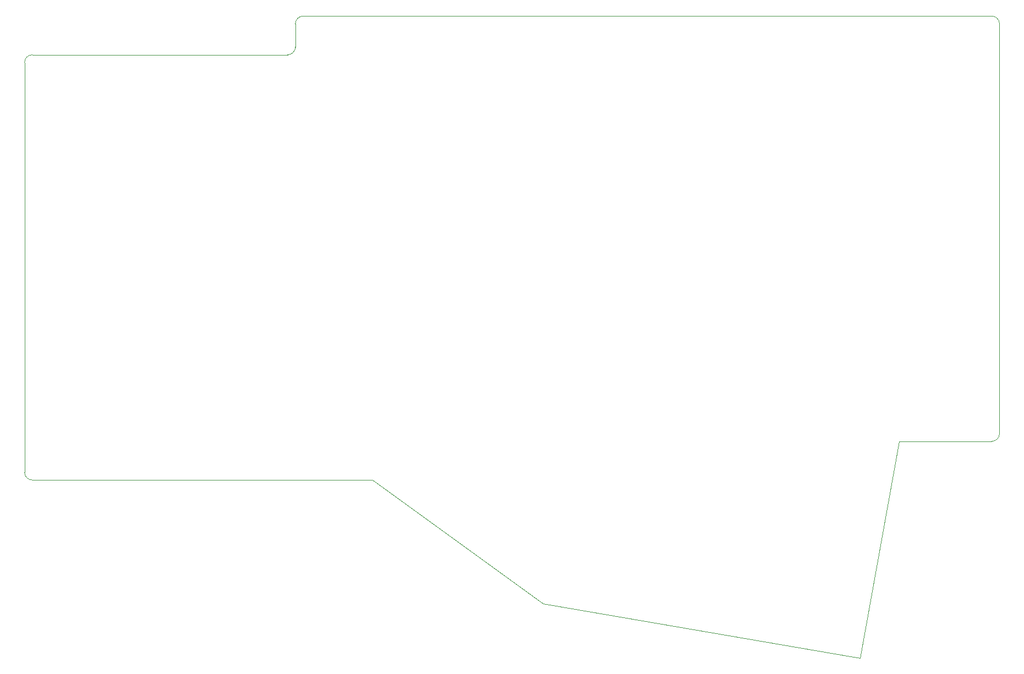
<source format=gbr>
G04 #@! TF.GenerationSoftware,KiCad,Pcbnew,(5.1.0)-1*
G04 #@! TF.CreationDate,2019-05-16T00:58:57+08:00*
G04 #@! TF.ProjectId,ShinkaiBottomPlate,5368696e-6b61-4694-926f-74746f6d506c,rev?*
G04 #@! TF.SameCoordinates,Original*
G04 #@! TF.FileFunction,Profile,NP*
%FSLAX46Y46*%
G04 Gerber Fmt 4.6, Leading zero omitted, Abs format (unit mm)*
G04 Created by KiCad (PCBNEW (5.1.0)-1) date 2019-05-16 00:58:57*
%MOMM*%
%LPD*%
G04 APERTURE LIST*
%ADD10C,0.050000*%
G04 APERTURE END LIST*
D10*
X79772210Y-80962840D02*
X79772210Y-144066230D01*
X120253630Y-79772210D02*
X80962840Y-79772210D01*
X121444260Y-75009690D02*
X121444260Y-78581580D01*
X121444260Y-78581580D02*
G75*
G02X120253630Y-79772210I-1190630J0D01*
G01*
X121444260Y-75009690D02*
G75*
G02X122634890Y-73819060I1190630J0D01*
G01*
X228600960Y-73819060D02*
X122634890Y-73819060D01*
X229791590Y-75009690D02*
X229791590Y-138113080D01*
X228600960Y-73819060D02*
G75*
G02X229791590Y-75009690I0J-1190630D01*
G01*
X214313400Y-139303710D02*
X228600960Y-139303710D01*
X229791590Y-138113080D02*
G75*
G02X228600960Y-139303710I-1190630J0D01*
G01*
X80962840Y-145256860D02*
G75*
G02X79772210Y-144066230I0J1190630D01*
G01*
X79772210Y-80962840D02*
G75*
G02X80962840Y-79772210I1190630J0D01*
G01*
X208360250Y-172641350D02*
X214313400Y-139303710D01*
X159544420Y-164306940D02*
X208360250Y-172641350D01*
X133350560Y-145256860D02*
X159544420Y-164306940D01*
X80962840Y-145256860D02*
X133350560Y-145256860D01*
M02*

</source>
